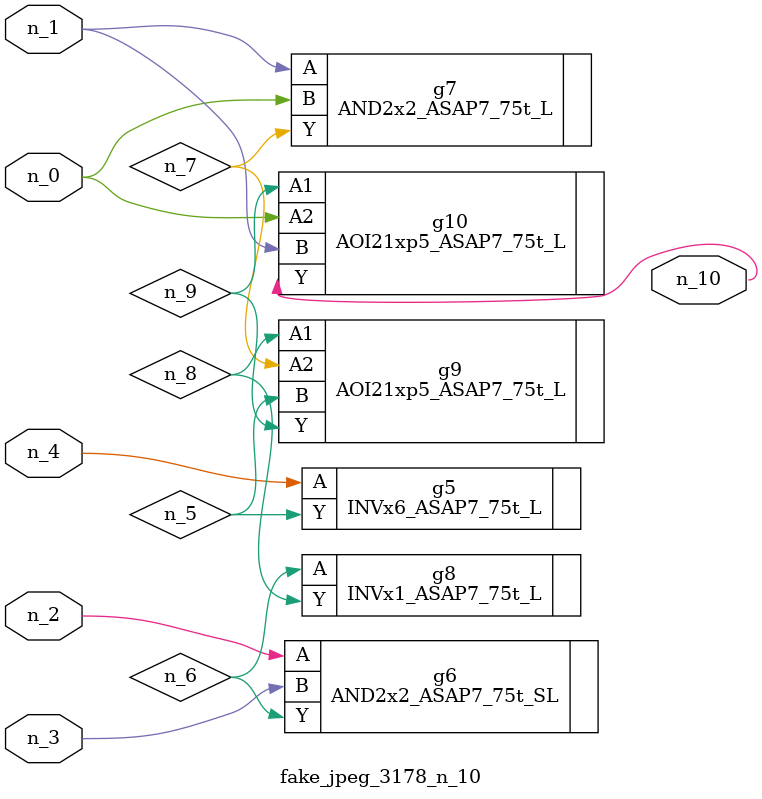
<source format=v>
module fake_jpeg_3178_n_10 (n_3, n_2, n_1, n_0, n_4, n_10);

input n_3;
input n_2;
input n_1;
input n_0;
input n_4;

output n_10;

wire n_8;
wire n_9;
wire n_6;
wire n_5;
wire n_7;

INVx6_ASAP7_75t_L g5 ( 
.A(n_4),
.Y(n_5)
);

AND2x2_ASAP7_75t_SL g6 ( 
.A(n_2),
.B(n_3),
.Y(n_6)
);

AND2x2_ASAP7_75t_L g7 ( 
.A(n_1),
.B(n_0),
.Y(n_7)
);

INVx1_ASAP7_75t_L g8 ( 
.A(n_6),
.Y(n_8)
);

AOI21xp5_ASAP7_75t_L g9 ( 
.A1(n_8),
.A2(n_7),
.B(n_5),
.Y(n_9)
);

AOI21xp5_ASAP7_75t_L g10 ( 
.A1(n_9),
.A2(n_0),
.B(n_1),
.Y(n_10)
);


endmodule
</source>
